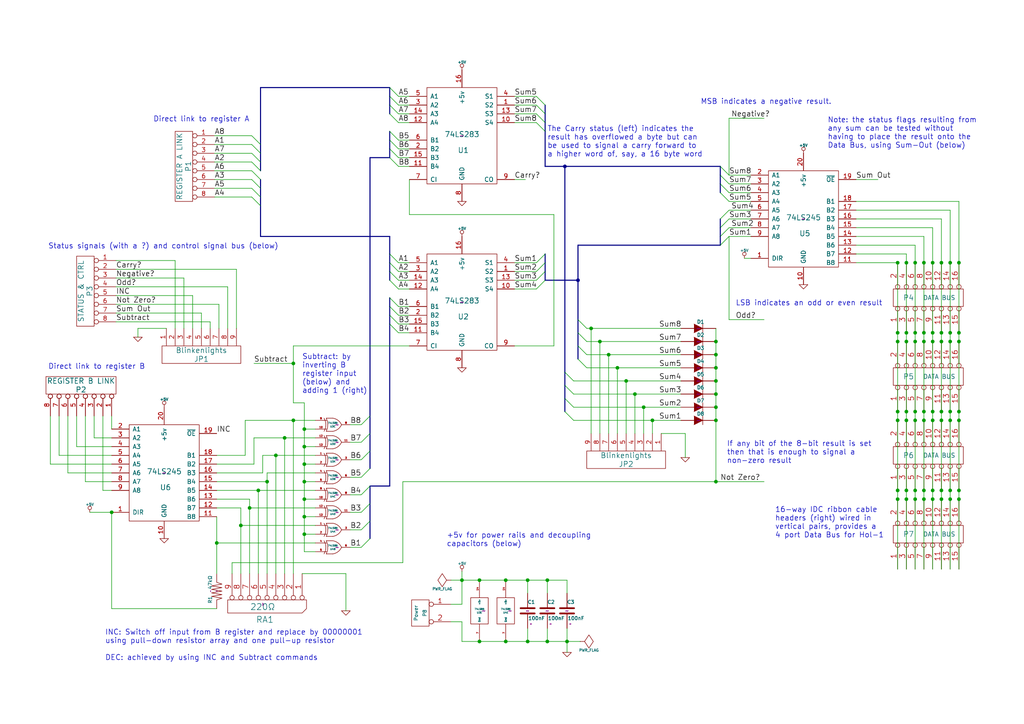
<source format=kicad_sch>
(kicad_sch (version 20211123) (generator eeschema)
  (paper "A4")
  (title_block (title "Hol-1 8-bit CPU - ALU board") (date "19 jan 2020") (rev "1.0") (company "www.Benningtons.Net"))
  (junction (at 278.13 144.78))
  (junction (at 163.83 48.26))
  (junction (at 265.43 119.38))
  (junction (at 262.89 119.38))
  (junction (at 85.09 121.92))
  (junction (at 267.97 76.2))
  (junction (at 80.01 132.08))
  (junction (at 270.51 121.92))
  (junction (at 267.97 142.24))
  (junction (at 273.05 119.38))
  (junction (at 184.15 114.3))
  (junction (at 262.89 121.92))
  (junction (at 207.645 121.92))
  (junction (at 275.59 76.2))
  (junction (at 275.59 142.24))
  (junction (at 273.05 144.78))
  (junction (at 275.59 96.52))
  (junction (at 260.35 121.92))
  (junction (at 207.645 106.68))
  (junction (at 139.065 168.275))
  (junction (at 146.685 186.055))
  (junction (at 273.05 76.2))
  (junction (at 267.97 96.52))
  (junction (at 273.05 99.06))
  (junction (at 207.645 102.87))
  (junction (at 32.385 148.59))
  (junction (at 88.265 129.54))
  (junction (at 153.035 168.275))
  (junction (at 267.97 144.78))
  (junction (at 179.07 106.68))
  (junction (at 275.59 121.92))
  (junction (at 139.065 186.055))
  (junction (at 262.89 144.78))
  (junction (at 273.05 96.52))
  (junction (at 167.64 81.28))
  (junction (at 189.23 121.92))
  (junction (at 265.43 142.24))
  (junction (at 278.13 96.52))
  (junction (at 278.13 76.2))
  (junction (at 88.265 134.62))
  (junction (at 270.51 76.2))
  (junction (at 260.35 142.24))
  (junction (at 173.99 99.06))
  (junction (at 186.69 118.11))
  (junction (at 267.97 99.06))
  (junction (at 275.59 119.38))
  (junction (at 278.13 99.06))
  (junction (at 265.43 99.06))
  (junction (at 171.45 95.25))
  (junction (at 88.265 124.46))
  (junction (at 207.645 110.49))
  (junction (at 278.13 142.24))
  (junction (at 207.645 99.06))
  (junction (at 260.35 76.2))
  (junction (at 146.685 168.275))
  (junction (at 88.265 149.86))
  (junction (at 158.75 168.275))
  (junction (at 275.59 144.78))
  (junction (at 77.47 139.7))
  (junction (at 260.35 119.38))
  (junction (at 273.05 142.24))
  (junction (at 262.89 96.52))
  (junction (at 164.465 186.055))
  (junction (at 69.85 152.4))
  (junction (at 262.89 142.24))
  (junction (at 158.75 186.055))
  (junction (at 181.61 110.49))
  (junction (at 85.09 105.41))
  (junction (at 88.265 144.78))
  (junction (at 278.13 121.92))
  (junction (at 267.97 119.38))
  (junction (at 262.89 76.2))
  (junction (at 270.51 144.78))
  (junction (at 176.53 102.87))
  (junction (at 273.05 121.92))
  (junction (at 207.645 114.3))
  (junction (at 207.645 118.11))
  (junction (at 260.35 96.52))
  (junction (at 260.35 99.06))
  (junction (at 260.35 144.78))
  (junction (at 82.55 127))
  (junction (at 270.51 142.24))
  (junction (at 267.97 121.92))
  (junction (at 278.13 119.38))
  (junction (at 153.035 186.055))
  (junction (at 270.51 119.38))
  (junction (at 265.43 121.92))
  (junction (at 88.265 154.94))
  (junction (at 265.43 96.52))
  (junction (at 62.865 157.48))
  (junction (at 270.51 99.06))
  (junction (at 72.39 147.32))
  (junction (at 265.43 144.78))
  (junction (at 275.59 99.06))
  (junction (at 88.265 139.7))
  (junction (at 133.985 168.275))
  (junction (at 270.51 96.52))
  (junction (at 207.645 139.7))
  (junction (at 262.89 99.06))
  (junction (at 74.93 142.24))
  (junction (at 265.43 76.2))
  (bus_entry (at 104.775 138.43) (size 2.54 -2.54))
  (bus_entry (at 104.775 133.35) (size 2.54 -2.54))
  (bus_entry (at 113.03 73.66) (size 2.54 2.54))
  (bus_entry (at 104.775 158.75) (size 2.54 -2.54))
  (bus_entry (at 208.915 53.34) (size 2.54 2.54))
  (bus_entry (at 113.03 33.02) (size 2.54 2.54))
  (bus_entry (at 208.915 50.8) (size 2.54 2.54))
  (bus_entry (at 163.83 115.57) (size 2.54 2.54))
  (bus_entry (at 73.025 52.07) (size 2.54 2.54))
  (bus_entry (at 113.03 88.9) (size 2.54 2.54))
  (bus_entry (at 113.03 81.28) (size 2.54 2.54))
  (bus_entry (at 163.83 107.95) (size 2.54 2.54))
  (bus_entry (at 155.575 83.82) (size 2.54 -2.54))
  (bus_entry (at 113.03 91.44) (size 2.54 2.54))
  (bus_entry (at 113.03 86.36) (size 2.54 2.54))
  (bus_entry (at 73.025 44.45) (size 2.54 2.54))
  (bus_entry (at 73.025 54.61) (size 2.54 2.54))
  (bus_entry (at 113.03 38.1) (size 2.54 2.54))
  (bus_entry (at 155.575 33.02) (size 2.54 2.54))
  (bus_entry (at 208.915 48.26) (size 2.54 2.54))
  (bus_entry (at 104.775 148.59) (size 2.54 -2.54))
  (bus_entry (at 208.915 55.88) (size 2.54 2.54))
  (bus_entry (at 208.915 68.58) (size 2.54 -2.54))
  (bus_entry (at 167.64 92.71) (size 2.54 2.54))
  (bus_entry (at 208.915 63.5) (size 2.54 -2.54))
  (bus_entry (at 113.03 40.64) (size 2.54 2.54))
  (bus_entry (at 113.03 27.94) (size 2.54 2.54))
  (bus_entry (at 208.915 71.12) (size 2.54 -2.54))
  (bus_entry (at 113.03 78.74) (size 2.54 2.54))
  (bus_entry (at 155.575 27.94) (size 2.54 2.54))
  (bus_entry (at 113.03 93.98) (size 2.54 2.54))
  (bus_entry (at 163.83 119.38) (size 2.54 2.54))
  (bus_entry (at 73.025 46.99) (size 2.54 2.54))
  (bus_entry (at 104.775 123.19) (size 2.54 -2.54))
  (bus_entry (at 113.03 30.48) (size 2.54 2.54))
  (bus_entry (at 104.775 143.51) (size 2.54 -2.54))
  (bus_entry (at 73.025 39.37) (size 2.54 2.54))
  (bus_entry (at 155.575 30.48) (size 2.54 2.54))
  (bus_entry (at 167.64 104.14) (size 2.54 2.54))
  (bus_entry (at 167.64 96.52) (size 2.54 2.54))
  (bus_entry (at 163.83 111.76) (size 2.54 2.54))
  (bus_entry (at 73.025 57.15) (size 2.54 2.54))
  (bus_entry (at 113.03 25.4) (size 2.54 2.54))
  (bus_entry (at 113.03 76.2) (size 2.54 2.54))
  (bus_entry (at 155.575 78.74) (size 2.54 -2.54))
  (bus_entry (at 167.64 100.33) (size 2.54 2.54))
  (bus_entry (at 104.775 128.27) (size 2.54 -2.54))
  (bus_entry (at 73.025 49.53) (size 2.54 2.54))
  (bus_entry (at 155.575 81.28) (size 2.54 -2.54))
  (bus_entry (at 113.03 43.18) (size 2.54 2.54))
  (bus_entry (at 155.575 35.56) (size 2.54 2.54))
  (bus_entry (at 113.03 45.72) (size 2.54 2.54))
  (bus_entry (at 208.915 66.04) (size 2.54 -2.54))
  (bus_entry (at 155.575 76.2) (size 2.54 -2.54))
  (bus_entry (at 104.775 153.67) (size 2.54 -2.54))
  (bus_entry (at 73.025 41.91) (size 2.54 2.54))
  (wire (pts (xy 88.265 144.78) (xy 88.265 149.86)))
  (wire (pts (xy 118.745 78.74) (xy 115.57 78.74)))
  (wire (pts (xy 14.605 134.62) (xy 32.385 134.62)))
  (wire (pts (xy 67.31 166.37) (xy 67.31 163.195)))
  (wire (pts (xy 260.35 142.24) (xy 260.35 144.78)))
  (bus (pts (xy 75.565 59.69) (xy 75.565 68.58)))
  (wire (pts (xy 267.97 121.92) (xy 267.97 142.24)))
  (bus (pts (xy 75.565 68.58) (xy 113.03 68.58)))
  (wire (pts (xy 166.37 110.49) (xy 181.61 110.49)))
  (wire (pts (xy 149.225 83.82) (xy 155.575 83.82)))
  (wire (pts (xy 62.865 147.32) (xy 69.85 147.32)))
  (wire (pts (xy 62.865 144.78) (xy 72.39 144.78)))
  (wire (pts (xy 207.645 139.7) (xy 221.615 139.7)))
  (wire (pts (xy 164.465 182.245) (xy 164.465 186.055)))
  (bus (pts (xy 113.03 40.64) (xy 113.03 43.18)))
  (bus (pts (xy 107.315 151.13) (xy 107.315 156.21)))
  (wire (pts (xy 27.305 127) (xy 32.385 127)))
  (wire (pts (xy 265.43 99.06) (xy 265.43 119.38)))
  (bus (pts (xy 167.64 96.52) (xy 167.64 100.33)))
  (wire (pts (xy 118.745 96.52) (xy 115.57 96.52)))
  (wire (pts (xy 158.75 168.275) (xy 164.465 168.275)))
  (wire (pts (xy 217.805 50.8) (xy 211.455 50.8)))
  (bus (pts (xy 208.915 50.8) (xy 208.915 53.34)))
  (wire (pts (xy 82.55 127) (xy 91.44 127)))
  (wire (pts (xy 207.645 110.49) (xy 207.645 114.3)))
  (wire (pts (xy 149.225 76.2) (xy 155.575 76.2)))
  (wire (pts (xy 270.51 119.38) (xy 270.51 121.92)))
  (wire (pts (xy 267.97 68.58) (xy 267.97 76.2)))
  (bus (pts (xy 107.315 125.73) (xy 107.315 130.81)))
  (wire (pts (xy 164.465 186.055) (xy 164.465 189.23)))
  (wire (pts (xy 207.645 118.11) (xy 207.645 121.92)))
  (wire (pts (xy 164.465 186.055) (xy 168.275 186.055)))
  (wire (pts (xy 62.865 132.08) (xy 71.12 132.08)))
  (bus (pts (xy 158.115 81.28) (xy 167.64 81.28)))
  (bus (pts (xy 158.115 35.56) (xy 158.115 38.1)))
  (wire (pts (xy 181.61 110.49) (xy 197.485 110.49)))
  (wire (pts (xy 62.23 41.91) (xy 73.025 41.91)))
  (wire (pts (xy 265.43 71.12) (xy 265.43 76.2)))
  (bus (pts (xy 107.315 120.65) (xy 107.315 125.73)))
  (wire (pts (xy 270.51 96.52) (xy 270.51 99.06)))
  (wire (pts (xy 33.655 88.265) (xy 63.5 88.265)))
  (wire (pts (xy 267.97 76.2) (xy 267.97 96.52)))
  (wire (pts (xy 217.805 53.34) (xy 211.455 53.34)))
  (wire (pts (xy 275.59 121.92) (xy 275.59 142.24)))
  (wire (pts (xy 62.23 49.53) (xy 73.025 49.53)))
  (bus (pts (xy 208.915 48.26) (xy 208.915 50.8)))
  (bus (pts (xy 75.565 25.4) (xy 75.565 41.91)))
  (wire (pts (xy 267.97 96.52) (xy 267.97 99.06)))
  (wire (pts (xy 33.655 85.725) (xy 55.88 85.725)))
  (wire (pts (xy 101.6 158.75) (xy 104.775 158.75)))
  (bus (pts (xy 208.915 63.5) (xy 208.915 66.04)))
  (wire (pts (xy 101.6 133.35) (xy 104.775 133.35)))
  (wire (pts (xy 278.13 119.38) (xy 278.13 121.92)))
  (wire (pts (xy 76.2 137.16) (xy 76.2 132.08)))
  (wire (pts (xy 267.97 144.78) (xy 267.97 165.1)))
  (wire (pts (xy 33.655 90.805) (xy 58.42 90.805)))
  (bus (pts (xy 158.115 48.26) (xy 163.83 48.26)))
  (bus (pts (xy 158.115 78.74) (xy 158.115 81.28)))
  (wire (pts (xy 149.225 27.94) (xy 155.575 27.94)))
  (wire (pts (xy 211.455 34.29) (xy 221.615 34.29)))
  (wire (pts (xy 101.6 143.51) (xy 104.775 143.51)))
  (wire (pts (xy 77.47 137.16) (xy 91.44 137.16)))
  (wire (pts (xy 58.42 90.805) (xy 58.42 95.25)))
  (wire (pts (xy 270.51 99.06) (xy 270.51 119.38)))
  (wire (pts (xy 77.47 137.16) (xy 77.47 139.7)))
  (wire (pts (xy 186.69 118.11) (xy 197.485 118.11)))
  (wire (pts (xy 67.31 163.195) (xy 116.84 163.195)))
  (bus (pts (xy 163.83 107.95) (xy 163.83 111.76)))
  (bus (pts (xy 75.565 52.07) (xy 75.565 54.61)))
  (wire (pts (xy 62.23 39.37) (xy 73.025 39.37)))
  (wire (pts (xy 88.265 149.86) (xy 88.265 154.94)))
  (wire (pts (xy 72.39 147.32) (xy 91.44 147.32)))
  (bus (pts (xy 113.03 93.98) (xy 113.03 140.97)))
  (wire (pts (xy 19.685 137.16) (xy 32.385 137.16)))
  (bus (pts (xy 167.64 81.28) (xy 167.64 92.71)))
  (wire (pts (xy 62.865 142.24) (xy 74.93 142.24)))
  (wire (pts (xy 207.645 99.06) (xy 207.645 102.87)))
  (wire (pts (xy 275.59 76.2) (xy 275.59 96.52)))
  (wire (pts (xy 118.745 83.82) (xy 115.57 83.82)))
  (wire (pts (xy 153.035 168.275) (xy 153.035 172.085)))
  (wire (pts (xy 262.89 119.38) (xy 262.89 121.92)))
  (wire (pts (xy 62.865 157.48) (xy 91.44 157.48)))
  (wire (pts (xy 166.37 118.11) (xy 186.69 118.11)))
  (bus (pts (xy 163.83 48.26) (xy 163.83 107.95)))
  (bus (pts (xy 113.03 91.44) (xy 113.03 93.98)))
  (wire (pts (xy 248.285 73.66) (xy 262.89 73.66)))
  (bus (pts (xy 113.03 38.1) (xy 113.03 40.64)))
  (bus (pts (xy 113.03 45.72) (xy 107.315 45.72)))
  (wire (pts (xy 207.645 95.25) (xy 207.645 99.06)))
  (wire (pts (xy 88.265 116.84) (xy 88.265 124.46)))
  (wire (pts (xy 73.66 127) (xy 82.55 127)))
  (wire (pts (xy 60.96 93.345) (xy 60.96 95.25)))
  (wire (pts (xy 171.45 125.73) (xy 171.45 95.25)))
  (wire (pts (xy 184.15 125.73) (xy 184.15 114.3)))
  (wire (pts (xy 273.05 119.38) (xy 273.05 121.92)))
  (wire (pts (xy 26.035 148.59) (xy 32.385 148.59)))
  (wire (pts (xy 270.51 144.78) (xy 270.51 165.1)))
  (wire (pts (xy 262.89 96.52) (xy 262.89 99.06)))
  (wire (pts (xy 62.23 57.15) (xy 73.025 57.15)))
  (wire (pts (xy 91.44 139.7) (xy 88.265 139.7)))
  (wire (pts (xy 189.23 121.92) (xy 197.485 121.92)))
  (wire (pts (xy 118.745 93.98) (xy 115.57 93.98)))
  (wire (pts (xy 33.655 80.645) (xy 53.34 80.645)))
  (wire (pts (xy 217.805 55.88) (xy 211.455 55.88)))
  (wire (pts (xy 170.18 102.87) (xy 176.53 102.87)))
  (wire (pts (xy 74.93 166.37) (xy 74.93 142.24)))
  (wire (pts (xy 133.985 165.735) (xy 133.985 168.275)))
  (wire (pts (xy 85.09 100.33) (xy 85.09 105.41)))
  (wire (pts (xy 133.985 168.275) (xy 139.065 168.275)))
  (wire (pts (xy 248.285 76.2) (xy 260.35 76.2)))
  (wire (pts (xy 149.225 52.07) (xy 152.4 52.07)))
  (wire (pts (xy 85.09 105.41) (xy 73.66 105.41)))
  (wire (pts (xy 248.285 63.5) (xy 273.05 63.5)))
  (bus (pts (xy 113.03 25.4) (xy 113.03 27.94)))
  (wire (pts (xy 91.44 154.94) (xy 88.265 154.94)))
  (wire (pts (xy 275.59 119.38) (xy 275.59 121.92)))
  (wire (pts (xy 118.745 62.23) (xy 160.655 62.23)))
  (wire (pts (xy 118.745 91.44) (xy 115.57 91.44)))
  (wire (pts (xy 265.43 96.52) (xy 265.43 99.06)))
  (bus (pts (xy 158.115 73.66) (xy 158.115 76.2)))
  (wire (pts (xy 88.265 124.46) (xy 91.44 124.46)))
  (bus (pts (xy 158.115 38.1) (xy 158.115 48.26)))
  (wire (pts (xy 85.09 121.92) (xy 85.09 166.37)))
  (bus (pts (xy 75.565 57.15) (xy 75.565 59.69)))
  (wire (pts (xy 278.13 121.92) (xy 278.13 142.24)))
  (wire (pts (xy 217.805 58.42) (xy 211.455 58.42)))
  (wire (pts (xy 71.12 132.08) (xy 71.12 121.92)))
  (wire (pts (xy 80.01 132.08) (xy 91.44 132.08)))
  (wire (pts (xy 69.85 152.4) (xy 69.85 166.37)))
  (wire (pts (xy 207.645 102.87) (xy 207.645 106.68)))
  (wire (pts (xy 85.09 105.41) (xy 85.09 116.84)))
  (wire (pts (xy 275.59 99.06) (xy 275.59 119.38)))
  (wire (pts (xy 50.8 95.25) (xy 50.8 75.565)))
  (wire (pts (xy 211.455 68.58) (xy 211.455 92.71)))
  (wire (pts (xy 50.8 75.565) (xy 33.655 75.565)))
  (wire (pts (xy 82.55 166.37) (xy 82.55 127)))
  (wire (pts (xy 207.645 106.68) (xy 207.645 110.49)))
  (wire (pts (xy 101.6 138.43) (xy 104.775 138.43)))
  (wire (pts (xy 275.59 96.52) (xy 275.59 99.06)))
  (wire (pts (xy 260.35 99.06) (xy 260.35 119.38)))
  (wire (pts (xy 62.865 157.48) (xy 62.865 166.37)))
  (wire (pts (xy 118.745 27.94) (xy 115.57 27.94)))
  (bus (pts (xy 163.83 111.76) (xy 163.83 115.57)))
  (wire (pts (xy 273.05 99.06) (xy 273.05 119.38)))
  (wire (pts (xy 273.05 121.92) (xy 273.05 142.24)))
  (wire (pts (xy 275.59 144.78) (xy 275.59 165.1)))
  (bus (pts (xy 75.565 46.99) (xy 75.565 49.53)))
  (wire (pts (xy 278.13 76.2) (xy 278.13 96.52)))
  (wire (pts (xy 248.285 60.96) (xy 275.59 60.96)))
  (wire (pts (xy 211.455 92.71) (xy 221.615 92.71)))
  (wire (pts (xy 217.805 63.5) (xy 211.455 63.5)))
  (wire (pts (xy 27.305 120.65) (xy 27.305 127)))
  (wire (pts (xy 88.265 134.62) (xy 88.265 139.7)))
  (wire (pts (xy 198.755 125.73) (xy 191.77 125.73)))
  (wire (pts (xy 139.065 168.275) (xy 146.685 168.275)))
  (wire (pts (xy 130.81 180.34) (xy 133.985 180.34)))
  (wire (pts (xy 101.6 148.59) (xy 104.775 148.59)))
  (wire (pts (xy 160.655 62.23) (xy 160.655 100.33)))
  (wire (pts (xy 265.43 142.24) (xy 265.43 144.78)))
  (wire (pts (xy 149.225 78.74) (xy 155.575 78.74)))
  (wire (pts (xy 32.385 176.53) (xy 62.865 176.53)))
  (wire (pts (xy 275.59 142.24) (xy 275.59 144.78)))
  (wire (pts (xy 262.89 121.92) (xy 262.89 142.24)))
  (bus (pts (xy 167.64 71.12) (xy 208.915 71.12)))
  (wire (pts (xy 173.99 99.06) (xy 197.485 99.06)))
  (wire (pts (xy 273.05 144.78) (xy 273.05 165.1)))
  (wire (pts (xy 160.655 100.33) (xy 149.225 100.33)))
  (wire (pts (xy 248.285 71.12) (xy 265.43 71.12)))
  (bus (pts (xy 113.03 68.58) (xy 113.03 73.66)))
  (wire (pts (xy 40.005 95.25) (xy 40.005 97.79)))
  (bus (pts (xy 75.565 25.4) (xy 113.03 25.4)))
  (wire (pts (xy 118.745 43.18) (xy 115.57 43.18)))
  (wire (pts (xy 153.035 168.275) (xy 158.75 168.275)))
  (wire (pts (xy 181.61 125.73) (xy 181.61 110.49)))
  (wire (pts (xy 53.34 80.645) (xy 53.34 95.25)))
  (wire (pts (xy 33.655 78.105) (xy 68.58 78.105)))
  (wire (pts (xy 267.97 119.38) (xy 267.97 121.92)))
  (wire (pts (xy 211.455 50.8) (xy 211.455 34.29)))
  (wire (pts (xy 273.05 63.5) (xy 273.05 76.2)))
  (wire (pts (xy 149.225 33.02) (xy 155.575 33.02)))
  (wire (pts (xy 85.09 121.92) (xy 91.44 121.92)))
  (wire (pts (xy 164.465 168.275) (xy 164.465 172.085)))
  (wire (pts (xy 91.44 134.62) (xy 88.265 134.62)))
  (wire (pts (xy 207.645 114.3) (xy 207.645 118.11)))
  (wire (pts (xy 248.285 66.04) (xy 270.51 66.04)))
  (bus (pts (xy 208.915 53.34) (xy 208.915 55.88)))
  (bus (pts (xy 107.315 140.97) (xy 107.315 146.05)))
  (wire (pts (xy 19.685 120.65) (xy 19.685 137.16)))
  (bus (pts (xy 167.64 92.71) (xy 167.64 96.52)))
  (wire (pts (xy 176.53 125.73) (xy 176.53 102.87)))
  (wire (pts (xy 265.43 121.92) (xy 265.43 142.24)))
  (wire (pts (xy 17.145 120.65) (xy 17.145 132.08)))
  (bus (pts (xy 163.83 115.57) (xy 163.83 119.38)))
  (bus (pts (xy 113.03 140.97) (xy 107.315 140.97)))
  (wire (pts (xy 101.6 153.67) (xy 104.775 153.67)))
  (wire (pts (xy 32.385 148.59) (xy 32.385 176.53)))
  (wire (pts (xy 166.37 114.3) (xy 184.15 114.3)))
  (wire (pts (xy 278.13 58.42) (xy 278.13 76.2)))
  (wire (pts (xy 173.99 125.73) (xy 173.99 99.06)))
  (bus (pts (xy 167.64 71.12) (xy 167.64 81.28)))
  (wire (pts (xy 62.865 139.7) (xy 77.47 139.7)))
  (wire (pts (xy 260.35 96.52) (xy 260.35 99.06)))
  (bus (pts (xy 158.115 33.02) (xy 158.115 35.56)))
  (bus (pts (xy 208.915 68.58) (xy 208.915 71.12)))
  (wire (pts (xy 118.745 40.64) (xy 115.57 40.64)))
  (wire (pts (xy 265.43 76.2) (xy 265.43 96.52)))
  (wire (pts (xy 14.605 120.65) (xy 14.605 134.62)))
  (wire (pts (xy 149.225 81.28) (xy 155.575 81.28)))
  (wire (pts (xy 158.75 182.245) (xy 158.75 186.055)))
  (wire (pts (xy 87.63 166.37) (xy 100.33 166.37)))
  (wire (pts (xy 118.745 76.2) (xy 115.57 76.2)))
  (wire (pts (xy 80.01 166.37) (xy 80.01 132.08)))
  (wire (pts (xy 207.645 121.92) (xy 207.645 139.7)))
  (wire (pts (xy 189.23 125.73) (xy 189.23 121.92)))
  (wire (pts (xy 149.225 35.56) (xy 155.575 35.56)))
  (wire (pts (xy 74.93 142.24) (xy 91.44 142.24)))
  (wire (pts (xy 69.85 152.4) (xy 91.44 152.4)))
  (wire (pts (xy 260.35 121.92) (xy 260.35 142.24)))
  (wire (pts (xy 88.265 160.02) (xy 91.44 160.02)))
  (wire (pts (xy 71.12 121.92) (xy 85.09 121.92)))
  (wire (pts (xy 72.39 147.32) (xy 72.39 166.37)))
  (wire (pts (xy 88.265 154.94) (xy 88.265 160.02)))
  (wire (pts (xy 176.53 102.87) (xy 197.485 102.87)))
  (wire (pts (xy 118.745 81.28) (xy 115.57 81.28)))
  (wire (pts (xy 33.655 83.185) (xy 66.04 83.185)))
  (bus (pts (xy 75.565 44.45) (xy 75.565 46.99)))
  (wire (pts (xy 133.985 186.055) (xy 139.065 186.055)))
  (wire (pts (xy 270.51 66.04) (xy 270.51 76.2)))
  (wire (pts (xy 91.44 129.54) (xy 88.265 129.54)))
  (bus (pts (xy 107.315 130.81) (xy 107.315 135.89)))
  (bus (pts (xy 113.03 73.66) (xy 113.03 76.2)))
  (wire (pts (xy 17.145 132.08) (xy 32.385 132.08)))
  (wire (pts (xy 149.225 30.48) (xy 155.575 30.48)))
  (wire (pts (xy 217.805 74.93) (xy 215.9 74.93)))
  (bus (pts (xy 75.565 54.61) (xy 75.565 57.15)))
  (wire (pts (xy 278.13 96.52) (xy 278.13 99.06)))
  (wire (pts (xy 248.285 58.42) (xy 278.13 58.42)))
  (wire (pts (xy 260.35 76.2) (xy 260.35 96.52)))
  (wire (pts (xy 48.26 95.25) (xy 40.005 95.25)))
  (wire (pts (xy 62.23 54.61) (xy 73.025 54.61)))
  (wire (pts (xy 29.845 142.24) (xy 32.385 142.24)))
  (wire (pts (xy 278.13 142.24) (xy 278.13 144.78)))
  (wire (pts (xy 217.805 68.58) (xy 211.455 68.58)))
  (wire (pts (xy 118.745 52.07) (xy 118.745 62.23)))
  (bus (pts (xy 113.03 88.9) (xy 113.03 91.44)))
  (bus (pts (xy 208.915 66.04) (xy 208.915 68.58)))
  (wire (pts (xy 101.6 128.27) (xy 104.775 128.27)))
  (wire (pts (xy 88.265 139.7) (xy 88.265 144.78)))
  (wire (pts (xy 33.655 93.345) (xy 60.96 93.345)))
  (wire (pts (xy 69.85 147.32) (xy 69.85 152.4)))
  (wire (pts (xy 270.51 121.92) (xy 270.51 142.24)))
  (wire (pts (xy 62.865 137.16) (xy 76.2 137.16)))
  (bus (pts (xy 107.315 146.05) (xy 107.315 151.13)))
  (wire (pts (xy 133.985 180.34) (xy 133.985 186.055)))
  (wire (pts (xy 186.69 125.73) (xy 186.69 118.11)))
  (wire (pts (xy 262.89 73.66) (xy 262.89 76.2)))
  (wire (pts (xy 62.865 149.86) (xy 62.865 157.48)))
  (wire (pts (xy 76.2 132.08) (xy 80.01 132.08)))
  (wire (pts (xy 278.13 99.06) (xy 278.13 119.38)))
  (bus (pts (xy 163.83 48.26) (xy 208.915 48.26)))
  (bus (pts (xy 113.03 30.48) (xy 113.03 33.02)))
  (wire (pts (xy 273.05 76.2) (xy 273.05 96.52)))
  (wire (pts (xy 262.89 76.2) (xy 262.89 96.52)))
  (bus (pts (xy 167.64 100.33) (xy 167.64 104.14)))
  (wire (pts (xy 130.81 168.275) (xy 133.985 168.275)))
  (wire (pts (xy 62.23 44.45) (xy 73.025 44.45)))
  (wire (pts (xy 270.51 142.24) (xy 270.51 144.78)))
  (bus (pts (xy 113.03 78.74) (xy 113.03 81.28)))
  (bus (pts (xy 107.315 45.72) (xy 107.315 120.65)))
  (wire (pts (xy 66.04 83.185) (xy 66.04 95.25)))
  (wire (pts (xy 184.15 114.3) (xy 197.485 114.3)))
  (bus (pts (xy 113.03 86.36) (xy 113.03 88.9)))
  (wire (pts (xy 118.745 48.26) (xy 115.57 48.26)))
  (wire (pts (xy 270.51 76.2) (xy 270.51 96.52)))
  (bus (pts (xy 75.565 41.91) (xy 75.565 44.45)))
  (wire (pts (xy 100.33 166.37) (xy 100.33 177.165)))
  (wire (pts (xy 118.745 35.56) (xy 115.57 35.56)))
  (bus (pts (xy 113.03 27.94) (xy 113.03 30.48)))
  (wire (pts (xy 55.88 85.725) (xy 55.88 95.25)))
  (wire (pts (xy 91.44 149.86) (xy 88.265 149.86)))
  (wire (pts (xy 248.285 52.07) (xy 254.635 52.07)))
  (wire (pts (xy 118.745 30.48) (xy 115.57 30.48)))
  (wire (pts (xy 62.23 46.99) (xy 73.025 46.99)))
  (wire (pts (xy 91.44 144.78) (xy 88.265 144.78)))
  (wire (pts (xy 248.285 68.58) (xy 267.97 68.58)))
  (wire (pts (xy 153.035 186.055) (xy 153.035 182.245)))
  (wire (pts (xy 22.225 129.54) (xy 32.385 129.54)))
  (wire (pts (xy 146.685 168.275) (xy 153.035 168.275)))
  (wire (pts (xy 262.89 142.24) (xy 262.89 144.78)))
  (wire (pts (xy 265.43 144.78) (xy 265.43 165.1)))
  (wire (pts (xy 170.18 106.68) (xy 179.07 106.68)))
  (wire (pts (xy 146.685 186.055) (xy 153.035 186.055)))
  (bus (pts (xy 158.115 30.48) (xy 158.115 33.02)))
  (wire (pts (xy 133.985 175.26) (xy 130.81 175.26)))
  (wire (pts (xy 265.43 119.38) (xy 265.43 121.92)))
  (wire (pts (xy 158.75 168.275) (xy 158.75 172.085)))
  (wire (pts (xy 153.035 186.055) (xy 158.75 186.055)))
  (wire (pts (xy 29.845 120.65) (xy 29.845 142.24)))
  (wire (pts (xy 77.47 139.7) (xy 77.47 166.37)))
  (wire (pts (xy 217.805 66.04) (xy 211.455 66.04)))
  (wire (pts (xy 85.09 116.84) (xy 88.265 116.84)))
  (bus (pts (xy 158.115 76.2) (xy 158.115 78.74)))
  (wire (pts (xy 170.18 95.25) (xy 171.45 95.25)))
  (wire (pts (xy 24.765 139.7) (xy 32.385 139.7)))
  (wire (pts (xy 24.765 120.65) (xy 24.765 139.7)))
  (wire (pts (xy 62.865 134.62) (xy 73.66 134.62)))
  (wire (pts (xy 179.07 106.68) (xy 197.485 106.68)))
  (wire (pts (xy 273.05 96.52) (xy 273.05 99.06)))
  (wire (pts (xy 116.84 163.195) (xy 116.84 139.7)))
  (wire (pts (xy 198.755 132.715) (xy 198.755 125.73)))
  (wire (pts (xy 260.35 119.38) (xy 260.35 121.92)))
  (wire (pts (xy 262.89 99.06) (xy 262.89 119.38)))
  (wire (pts (xy 101.6 123.19) (xy 104.775 123.19)))
  (wire (pts (xy 22.225 120.65) (xy 22.225 129.54)))
  (wire (pts (xy 68.58 78.105) (xy 68.58 95.25)))
  (wire (pts (xy 62.23 52.07) (xy 73.025 52.07)))
  (wire (pts (xy 260.35 144.78) (xy 260.35 165.1)))
  (wire (pts (xy 88.265 124.46) (xy 88.265 129.54)))
  (wire (pts (xy 166.37 121.92) (xy 189.23 121.92)))
  (wire (pts (xy 275.59 60.96) (xy 275.59 76.2)))
  (wire (pts (xy 158.75 186.055) (xy 164.465 186.055)))
  (wire (pts (xy 170.18 99.06) (xy 173.99 99.06)))
  (wire (pts (xy 273.05 142.24) (xy 273.05 144.78)))
  (wire (pts (xy 118.745 88.9) (xy 115.57 88.9)))
  (wire (pts (xy 171.45 95.25) (xy 197.485 95.25)))
  (wire (pts (xy 262.89 144.78) (xy 262.89 165.1)))
  (wire (pts (xy 118.745 100.33) (xy 85.09 100.33)))
  (wire (pts (xy 139.065 186.055) (xy 146.685 186.055)))
  (wire (pts (xy 73.66 134.62) (xy 73.66 127)))
  (wire (pts (xy 278.13 144.78) (xy 278.13 165.1)))
  (wire (pts (xy 63.5 88.265) (xy 63.5 95.25)))
  (wire (pts (xy 217.805 60.96) (xy 211.455 60.96)))
  (wire (pts (xy 267.97 142.24) (xy 267.97 144.78)))
  (wire (pts (xy 32.385 120.65) (xy 32.385 124.46)))
  (wire (pts (xy 88.265 129.54) (xy 88.265 134.62)))
  (wire (pts (xy 179.07 125.73) (xy 179.07 106.68)))
  (wire (pts (xy 118.745 45.72) (xy 115.57 45.72)))
  (wire (pts (xy 118.745 33.02) (xy 115.57 33.02)))
  (wire (pts (xy 116.84 139.7) (xy 207.645 139.7)))
  (wire (pts (xy 267.97 99.06) (xy 267.97 119.38)))
  (wire (pts (xy 72.39 144.78) (xy 72.39 147.32)))
  (wire (pts (xy 133.985 168.275) (xy 133.985 175.26)))
  (bus (pts (xy 113.03 43.18) (xy 113.03 45.72)))
  (bus (pts (xy 113.03 76.2) (xy 113.03 78.74)))
  (text "INC: Switch off input from B register and replace by 00000001\nusing pull-down resistor array and one pull-up resistor\n\nDEC: achieved by using INC and Subtract commands" (at 30.48 191.77 0) (effects (font (size 1.524 1.524)) (justify left bottom)))
  (text "If any bit of the 8-bit result is set\nthen that is enough to signal a\nnon-zero result" (at 210.82 134.62 0) (effects (font (size 1.524 1.524)) (justify left bottom)))
  (text "Direct link to register B" (at 13.97 107.315 0) (effects (font (size 1.524 1.524)) (justify left bottom)))
  (text "LSB indicates an odd or even result" (at 213.36 88.9 0) (effects (font (size 1.524 1.524)) (justify left bottom)))
  (text "+5v for power rails and decoupling\ncapacitors (below)" (at 129.54 158.75 0) (effects (font (size 1.524 1.524)) (justify left bottom)))
  (text "Note: the status flags resulting from\nany sum can be tested without\nhaving to place the result onto the\nData Bus, using Sum-Out (below)" (at 240.03 43.18 0) (effects (font (size 1.524 1.524)) (justify left bottom)))
  (text "Status signals (with a ?) and control signal bus (below)" (at 13.97 72.39 0) (effects (font (size 1.524 1.524)) (justify left bottom)))
  (text "Direct link to register A" (at 44.45 35.56 0) (effects (font (size 1.524 1.524)) (justify left bottom)))
  (text "16-way IDC ribbon cable\nheaders (right) wired in\nvertical pairs, provides a\n4 port Data Bus for Hol-1" (at 224.79 156.21 0) (effects (font (size 1.524 1.524)) (justify left bottom)))
  (text "The Carry status (left) indicates the\nresult has overflowed a byte but can\nbe used to signal a carry forward to\na higher word of, say, a 16 byte word" (at 158.75 45.72 0) (effects (font (size 1.524 1.524)) (justify left bottom)))
  (text "MSB indicates a negative result." (at 203.2 30.48 0) (effects (font (size 1.524 1.524)) (justify left bottom)))
  (text "Subtract: by\ninverting B\nregister input\n(below) and \nadding 1 (right)" (at 87.63 114.3 0) (effects (font (size 1.524 1.524)) (justify left bottom)))
  (label "Sum3" (at 211.455 63.5 0) (effects (font (size 1.524 1.524))))
  (label "Sum5" (at 149.225 27.94 0) (effects (font (size 1.524 1.524))))
  (label "Negative?" (at 212.09 34.29 0) (effects (font (size 1.524 1.524))))
  (label "B2" (at 115.57 91.44 0) (effects (font (size 1.524 1.524))))
  (label "B8" (at 101.6 123.19 0) (effects (font (size 1.524 1.524))))
  (label "Sum8" (at 211.455 50.8 0) (effects (font (size 1.524 1.524))))
  (label "B7" (at 101.6 128.27 0) (effects (font (size 1.524 1.524))))
  (label "B5" (at 101.6 138.43 0) (effects (font (size 1.524 1.524))))
  (label "A2" (at 62.23 46.99 0) (effects (font (size 1.524 1.524))))
  (label "A7" (at 115.57 33.02 0) (effects (font (size 1.524 1.524))))
  (label "B7" (at 115.57 45.72 0) (effects (font (size 1.524 1.524))))
  (label "Sum5" (at 191.135 106.68 0) (effects (font (size 1.524 1.524))))
  (label "Not Zero?" (at 33.655 88.265 0) (effects (font (size 1.524 1.524))))
  (label "B8" (at 115.57 48.26 0) (effects (font (size 1.524 1.524))))
  (label "Sum2" (at 191.135 118.11 0) (effects (font (size 1.524 1.524))))
  (label "Sum7" (at 191.135 99.06 0) (effects (font (size 1.524 1.524))))
  (label "B4" (at 115.57 96.52 0) (effects (font (size 1.524 1.524))))
  (label "B4" (at 101.6 143.51 0) (effects (font (size 1.524 1.524))))
  (label "A6" (at 115.57 30.48 0) (effects (font (size 1.524 1.524))))
  (label "A8" (at 62.23 39.37 0) (effects (font (size 1.524 1.524))))
  (label "Sum7" (at 149.225 33.02 0) (effects (font (size 1.524 1.524))))
  (label "Subtract" (at 33.655 93.345 0) (effects (font (size 1.524 1.524))))
  (label "B3" (at 115.57 93.98 0) (effects (font (size 1.524 1.524))))
  (label "Sum6" (at 211.455 55.88 0) (effects (font (size 1.524 1.524))))
  (label "A5" (at 62.23 54.61 0) (effects (font (size 1.524 1.524))))
  (label "A1" (at 115.57 76.2 0) (effects (font (size 1.524 1.524))))
  (label "Odd?" (at 213.36 92.71 0) (effects (font (size 1.524 1.524))))
  (label "Sum4" (at 191.135 110.49 0) (effects (font (size 1.524 1.524))))
  (label "INC" (at 62.865 125.73 0) (effects (font (size 1.524 1.524))))
  (label "Sum4" (at 149.225 83.82 0) (effects (font (size 1.524 1.524))))
  (label "A3" (at 62.23 52.07 0) (effects (font (size 1.524 1.524))))
  (label "Sum3" (at 149.225 81.28 0) (effects (font (size 1.524 1.524))))
  (label "B2" (at 101.6 153.67 0) (effects (font (size 1.524 1.524))))
  (label "B6" (at 115.57 43.18 0) (effects (font (size 1.524 1.524))))
  (label "Sum6" (at 149.225 30.48 0) (effects (font (size 1.524 1.524))))
  (label "B3" (at 101.6 148.59 0) (effects (font (size 1.524 1.524))))
  (label "Sum Out" (at 33.655 90.805 0) (effects (font (size 1.524 1.524))))
  (label "Sum2" (at 149.225 78.74 0) (effects (font (size 1.524 1.524))))
  (label "Sum1" (at 191.135 121.92 0) (effects (font (size 1.524 1.524))))
  (label "Carry?" (at 33.655 78.105 0) (effects (font (size 1.524 1.524))))
  (label "A5" (at 115.57 27.94 0) (effects (font (size 1.524 1.524))))
  (label "B6" (at 101.6 133.35 0) (effects (font (size 1.524 1.524))))
  (label "A6" (at 62.23 49.53 0) (effects (font (size 1.524 1.524))))
  (label "B5" (at 115.57 40.64 0) (effects (font (size 1.524 1.524))))
  (label "INC" (at 33.655 85.725 0) (effects (font (size 1.524 1.524))))
  (label "Sum7" (at 211.455 53.34 0) (effects (font (size 1.524 1.524))))
  (label "Sum8" (at 149.225 35.56 0) (effects (font (size 1.524 1.524))))
  (label "Subtract" (at 73.66 105.41 0) (effects (font (size 1.524 1.524))))
  (label "A1" (at 62.23 41.91 0) (effects (font (size 1.524 1.524))))
  (label "A4" (at 62.23 57.15 0) (effects (font (size 1.524 1.524))))
  (label "Sum3" (at 191.135 114.3 0) (effects (font (size 1.524 1.524))))
  (label "A8" (at 115.57 35.56 0) (effects (font (size 1.524 1.524))))
  (label "Carry?" (at 149.225 52.07 0) (effects (font (size 1.524 1.524))))
  (label "Sum2" (at 212.09 66.04 0) (effects (font (size 1.524 1.524))))
  (label "Sum Out" (at 248.285 52.07 0) (effects (font (size 1.524 1.524))))
  (label "Sum8" (at 191.135 95.25 0) (effects (font (size 1.524 1.524))))
  (label "A4" (at 115.57 83.82 0) (effects (font (size 1.524 1.524))))
  (label "A2" (at 115.57 78.74 0) (effects (font (size 1.524 1.524))))
  (label "Sum4" (at 212.09 60.96 0) (effects (font (size 1.524 1.524))))
  (label "Sum6" (at 191.135 102.87 0) (effects (font (size 1.524 1.524))))
  (label "B1" (at 115.57 88.9 0) (effects (font (size 1.524 1.524))))
  (label "Odd?" (at 33.655 83.185 0) (effects (font (size 1.524 1.524))))
  (label "A7" (at 62.23 44.45 0) (effects (font (size 1.524 1.524))))
  (label "Negative?" (at 33.655 80.645 0) (effects (font (size 1.524 1.524))))
  (label "Not Zero?" (at 208.915 139.7 0) (effects (font (size 1.524 1.524))))
  (label "B1" (at 101.6 158.75 0) (effects (font (size 1.524 1.524))))
  (label "Sum1" (at 149.225 76.2 0) (effects (font (size 1.524 1.524))))
  (label "A3" (at 115.57 81.28 0) (effects (font (size 1.524 1.524))))
  (label "Sum5" (at 211.455 58.42 0) (effects (font (size 1.524 1.524))))
  (label "Sum1" (at 211.455 68.58 0) (effects (font (size 1.524 1.524))))
  (symbol (lib_id "benningtons:CONN_8") (at 23.495 111.76 270) (mirror x) (unit 1)
    (property "Reference" "P2" (at 23.495 113.03 90) (effects (font (size 1.524 1.524))))
    (property "Value" "REGISTER B LINK" (at 23.495 110.49 90) (effects (font (size 1.524 1.524))))
  )
  (symbol (lib_id "benningtons:CONN_8") (at 53.34 48.26 0) (mirror y) (unit 1)
    (property "Reference" "P1" (at 54.61 48.26 90) (effects (font (size 1.524 1.524))))
    (property "Value" "REGISTER A LINK" (at 52.07 48.26 90) (effects (font (size 1.524 1.524))))
  )
  (symbol (lib_id "benningtons:PWR_FLAG") (at 130.81 168.275 90) (unit 1)
    (property "Reference" "#FLG01" (effects hide))
    (property "Value" "PWR_FLAG" (at 128.27 170.815 90) (effects (font (size 0.762 0.762))))
  )
  (symbol (lib_id "benningtons:PWR_FLAG") (at 168.275 186.055 270) (mirror x) (unit 1)
    (property "Reference" "#FLG02" (effects hide))
    (property "Value" "PWR_FLAG" (at 170.815 188.595 90) (effects (font (size 0.762 0.762))))
  )
  (symbol (lib_id "benningtons:GND") (at 164.465 189.23 0) (unit 1)
    (property "Reference" "#PWR03" (effects hide))
    (property "Value" "GND" (effects hide))
  )
  (symbol (lib_id "benningtons:74LS245") (at 233.045 63.5 0) (unit 1)
    (property "Reference" "U5" (at 231.775 68.58 0) (effects (font (size 1.524 1.524)) (justify left bottom)))
    (property "Value" "74LS245" (at 227.965 62.23 0) (effects (font (size 1.524 1.524)) (justify left top)))
    (property "Footprint" "~" (at 233.045 63.5 0) (effects (font (size 1.524 1.524))))
    (property "Datasheet" "~" (at 233.045 63.5 0) (effects (font (size 1.524 1.524))))
  )
  (symbol (lib_id "benningtons:GND") (at 233.045 82.55 0) (unit 1)
    (property "Reference" "#PWR04" (effects hide))
    (property "Value" "GND" (effects hide))
  )
  (symbol (lib_id "benningtons:9-PIN_HEADER") (at 181.61 132.08 0) (mirror y) (unit 1)
    (property "Reference" "JP2" (at 181.61 134.62 0) (effects (font (size 1.524 1.524))))
    (property "Value" "Blinkenlights" (at 181.61 132.08 0) (effects (font (size 1.524 1.524))))
  )
  (symbol (lib_id "benningtons:C") (at 153.035 177.165 0) (unit 1)
    (property "Reference" "C1" (at 153.035 174.625 0) (effects (font (size 1.016 1.016)) (justify left)))
    (property "Value" "100nF" (at 153.1874 179.324 0) (effects (font (size 1.016 1.016)) (justify left)))
    (property "Footprint" "~" (at 154.0002 180.975 0) (effects (font (size 0.762 0.762))))
    (property "Datasheet" "~" (at 153.035 177.165 0) (effects (font (size 1.524 1.524))))
  )
  (symbol (lib_id "benningtons:C") (at 158.75 177.165 0) (unit 1)
    (property "Reference" "C2" (at 158.75 174.625 0) (effects (font (size 1.016 1.016)) (justify left)))
    (property "Value" "100nF" (at 158.9024 179.324 0) (effects (font (size 1.016 1.016)) (justify left)))
    (property "Footprint" "~" (at 159.7152 180.975 0) (effects (font (size 0.762 0.762))))
    (property "Datasheet" "~" (at 158.75 177.165 0) (effects (font (size 1.524 1.524))))
  )
  (symbol (lib_id "benningtons:C") (at 164.465 177.165 0) (unit 1)
    (property "Reference" "C3" (at 164.465 174.625 0) (effects (font (size 1.016 1.016)) (justify left)))
    (property "Value" "100nF" (at 164.6174 179.324 0) (effects (font (size 1.016 1.016)) (justify left)))
    (property "Footprint" "~" (at 165.4302 180.975 0) (effects (font (size 0.762 0.762))))
    (property "Datasheet" "~" (at 164.465 177.165 0) (effects (font (size 1.524 1.524))))
  )
  (symbol (lib_id "benningtons:+5V") (at 133.985 165.735 0) (unit 1)
    (property "Reference" "#PWR05" (effects hide))
    (property "Value" "+5V" (at 133.985 163.449 0) (effects (font (size 0.762 0.762))))
  )
  (symbol (lib_id "benningtons:+5V") (at 233.045 44.45 0) (unit 1)
    (property "Reference" "#PWR06" (effects hide))
    (property "Value" "+5V" (at 233.045 42.164 0) (effects (font (size 0.762 0.762))))
  )
  (symbol (lib_id "benningtons:CONN_2") (at 121.92 177.8 0) (mirror y) (unit 1)
    (property "Reference" "P8" (at 123.19 177.8 90) (effects (font (size 1.016 1.016))))
    (property "Value" "Power" (at 120.65 177.8 90) (effects (font (size 1.016 1.016))))
  )
  (symbol (lib_id "benningtons:CONN_8X2") (at 269.24 86.36 90) (unit 1)
    (property "Reference" "P4" (at 263.525 86.36 90) (effects (font (size 1.524 1.524))))
    (property "Value" "DATA BUS" (at 272.415 86.36 90))
  )
  (symbol (lib_id "benningtons:74LS245") (at 47.625 137.16 0) (unit 1)
    (property "Reference" "U6" (at 46.355 142.24 0) (effects (font (size 1.524 1.524)) (justify left bottom)))
    (property "Value" "74LS245" (at 42.545 135.89 0) (effects (font (size 1.524 1.524)) (justify left top)))
    (property "Footprint" "~" (at 47.625 137.16 0) (effects (font (size 1.524 1.524))))
    (property "Datasheet" "~" (at 47.625 137.16 0) (effects (font (size 1.524 1.524))))
  )
  (symbol (lib_id "benningtons:CONN_8") (at 24.765 84.455 0) (mirror y) (unit 1)
    (property "Reference" "P3" (at 26.035 84.455 90) (effects (font (size 1.524 1.524))))
    (property "Value" "STATUS & CTRL" (at 23.495 84.455 90) (effects (font (size 1.524 1.524))))
  )
  (symbol (lib_id "benningtons:74LS283") (at 133.985 39.37 0) (unit 1)
    (property "Reference" "U1" (at 132.715 44.45 0) (effects (font (size 1.524 1.524)) (justify left bottom)))
    (property "Value" "74LS283" (at 128.905 38.1 0) (effects (font (size 1.524 1.524)) (justify left top)))
    (property "Footprint" "~" (at 133.985 39.37 0) (effects (font (size 1.524 1.524))))
    (property "Datasheet" "~" (at 133.985 39.37 0) (effects (font (size 1.524 1.524))))
  )
  (symbol (lib_id "benningtons:74LS283") (at 133.985 87.63 0) (unit 1)
    (property "Reference" "U2" (at 132.715 92.71 0) (effects (font (size 1.524 1.524)) (justify left bottom)))
    (property "Value" "74LS283" (at 128.905 86.36 0) (effects (font (size 1.524 1.524)) (justify left top)))
    (property "Footprint" "~" (at 133.985 87.63 0) (effects (font (size 1.524 1.524))))
    (property "Datasheet" "~" (at 133.985 87.63 0) (effects (font (size 1.524 1.524))))
  )
  (symbol (lib_id "benningtons:74LS86") (at 96.52 123.19 0) (unit 3)
    (property "Reference" "U3" (at 96.52 123.698 0) (effects (font (size 0.508 0.508))))
    (property "Value" "74LS86" (at 96.52 122.682 0) (effects (font (size 0.508 0.508))))
    (property "Footprint" "~" (at 97.79 123.19 0) (effects (font (size 1.524 1.524))))
    (property "Datasheet" "~" (at 97.79 123.19 0) (effects (font (size 1.524 1.524))))
  )
  (symbol (lib_id "benningtons:74LS86") (at 96.52 128.27 0) (unit 4)
    (property "Reference" "U3" (at 96.52 128.778 0) (effects (font (size 0.508 0.508))))
    (property "Value" "74LS86" (at 96.52 127.762 0) (effects (font (size 0.508 0.508))))
    (property "Footprint" "~" (at 97.79 128.27 0) (effects (font (size 1.524 1.524))))
    (property "Datasheet" "~" (at 97.79 128.27 0) (effects (font (size 1.524 1.524))))
  )
  (symbol (lib_id "benningtons:74LS86") (at 96.52 133.35 0) (unit 1)
    (property "Reference" "U3" (at 96.52 133.858 0) (effects (font (size 0.508 0.508))))
    (property "Value" "74LS86" (at 96.52 132.842 0) (effects (font (size 0.508 0.508))))
    (property "Footprint" "~" (at 97.79 133.35 0) (effects (font (size 1.524 1.524))))
    (property "Datasheet" "~" (at 97.79 133.35 0) (effects (font (size 1.524 1.524))))
  )
  (symbol (lib_id "benningtons:74LS86") (at 96.52 138.43 0) (unit 2)
    (property "Reference" "U3" (at 96.52 138.938 0) (effects (font (size 0.508 0.508))))
    (property "Value" "74LS86" (at 96.52 137.922 0) (effects (font (size 0.508 0.508))))
    (property "Footprint" "~" (at 97.79 138.43 0) (effects (font (size 1.524 1.524))))
    (property "Datasheet" "~" (at 97.79 138.43 0) (effects (font (size 1.524 1.524))))
  )
  (symbol (lib_id "benningtons:74LS86") (at 96.52 143.51 0) (unit 3)
    (property "Reference" "U4" (at 96.52 144.018 0) (effects (font (size 0.508 0.508))))
    (property "Value" "74LS86" (at 96.52 143.002 0) (effects (font (size 0.508 0.508))))
    (property "Footprint" "~" (at 97.79 143.51 0) (effects (font (size 1.524 1.524))))
    (property "Datasheet" "~" (at 97.79 143.51 0) (effects (font (size 1.524 1.524))))
  )
  (symbol (lib_id "benningtons:74LS86") (at 96.52 148.59 0) (unit 4)
    (property "Reference" "U4" (at 96.52 149.098 0) (effects (font (size 0.508 0.508))))
    (property "Value" "74LS86" (at 96.52 148.082 0) (effects (font (size 0.508 0.508))))
    (property "Footprint" "~" (at 97.79 148.59 0) (effects (font (size 1.524 1.524))))
    (property "Datasheet" "~" (at 97.79 148.59 0) (effects (font (size 1.524 1.524))))
  )
  (symbol (lib_id "benningtons:74LS86") (at 96.52 153.67 0) (unit 1)
    (property "Reference" "U4" (at 96.52 154.178 0) (effects (font (size 0.508 0.508))))
    (property "Value" "74LS86" (at 96.52 153.162 0) (effects (font (size 0.508 0.508))))
    (property "Footprint" "~" (at 97.79 153.67 0) (effects (font (size 1.524 1.524))))
    (property "Datasheet" "~" (at 97.79 153.67 0) (effects (font (size 1.524 1.524))))
  )
  (symbol (lib_id "benningtons:74LS86") (at 96.52 158.75 0) (unit 2)
    (property "Reference" "U4" (at 96.52 159.258 0) (effects (font (size 0.508 0.508))))
    (property "Value" "74LS86" (at 96.52 158.242 0) (effects (font (size 0.508 0.508))))
    (property "Footprint" "~" (at 97.79 158.75 0) (effects (font (size 1.524 1.524))))
    (property "Datasheet" "~" (at 97.79 158.75 0) (effects (font (size 1.524 1.524))))
  )
  (symbol (lib_id "benningtons:74LS86") (at 139.065 177.165 0) (unit 5)
    (property "Reference" "U3" (at 139.065 177.673 0) (effects (font (size 0.508 0.508))))
    (property "Value" "74LS86" (at 139.065 176.657 0) (effects (font (size 0.508 0.508))))
    (property "Footprint" "~" (at 140.335 177.165 0) (effects (font (size 1.524 1.524))))
    (property "Datasheet" "~" (at 140.335 177.165 0) (effects (font (size 1.524 1.524))))
  )
  (symbol (lib_id "benningtons:74LS86") (at 146.685 177.165 0) (unit 5)
    (property "Reference" "U4" (at 146.685 177.673 0) (effects (font (size 0.508 0.508))))
    (property "Value" "74LS86" (at 146.685 176.657 0) (effects (font (size 0.508 0.508))))
    (property "Footprint" "~" (at 147.955 177.165 0) (effects (font (size 1.524 1.524))))
    (property "Datasheet" "~" (at 147.955 177.165 0) (effects (font (size 1.524 1.524))))
  )
  (symbol (lib_id "benningtons:DIODE") (at 202.565 118.11 0) (unit 1)
    (property "Reference" "D7" (at 203.2 116.205 0) (effects (font (size 1.016 1.016))))
    (property "Value" "DIODE" (effects hide))
    (property "Footprint" "~" (at 202.565 118.11 0) (effects (font (size 1.524 1.524))))
    (property "Datasheet" "~" (at 202.565 118.11 0) (effects (font (size 1.524 1.524))))
  )
  (symbol (lib_id "benningtons:DIODE") (at 202.565 114.3 0) (unit 1)
    (property "Reference" "D6" (at 203.2 112.395 0) (effects (font (size 1.016 1.016))))
    (property "Value" "DIODE" (effects hide))
    (property "Footprint" "~" (at 202.565 114.3 0) (effects (font (size 1.524 1.524))))
    (property "Datasheet" "~" (at 202.565 114.3 0) (effects (font (size 1.524 1.524))))
  )
  (symbol (lib_id "benningtons:DIODE") (at 202.565 110.49 0) (unit 1)
    (property "Reference" "D5" (at 203.2 108.585 0) (effects (font (size 1.016 1.016))))
    (property "Value" "DIODE" (effects hide))
    (property "Footprint" "~" (at 202.565 110.49 0) (effects (font (size 1.524 1.524))))
    (property "Datasheet" "~" (at 202.565 110.49 0) (effects (font (size 1.524 1.524))))
  )
  (symbol (lib_id "benningtons:DIODE") (at 202.565 95.25 0) (unit 1)
    (property "Reference" "D1" (at 203.2 93.345 0) (effects (font (size 1.016 1.016))))
    (property "Value" "DIODE" (effects hide))
    (property "Footprint" "~" (at 202.565 95.25 0) (effects (font (size 1.524 1.524))))
    (property "Datasheet" "~" (at 202.565 95.25 0) (effects (font (size 1.524 1.524))))
  )
  (symbol (lib_id "benningtons:DIODE") (at 202.565 121.92 0) (unit 1)
    (property "Reference" "D8" (at 203.2 120.015 0) (effects (font (size 1.016 1.016))))
    (property "Value" "DIODE" (effects hide))
    (property "Footprint" "~" (at 202.565 121.92 0) (effects (font (size 1.524 1.524))))
    (property "Datasheet" "~" (at 202.565 121.92 0) (effects (font (size 1.524 1.524))))
  )
  (symbol (lib_id "benningtons:DIODE") (at 202.565 106.68 0) (unit 1)
    (property "Reference" "D4" (at 203.2 104.775 0) (effects (font (size 1.016 1.016))))
    (property "Value" "DIODE" (effects hide))
    (property "Footprint" "~" (at 202.565 106.68 0) (effects (font (size 1.524 1.524))))
    (property "Datasheet" "~" (at 202.565 106.68 0) (effects (font (size 1.524 1.524))))
  )
  (symbol (lib_id "benningtons:DIODE") (at 202.565 102.87 0) (unit 1)
    (property "Reference" "D3" (at 203.2 100.965 0) (effects (font (size 1.016 1.016))))
    (property "Value" "DIODE" (effects hide))
    (property "Footprint" "~" (at 202.565 102.87 0) (effects (font (size 1.524 1.524))))
    (property "Datasheet" "~" (at 202.565 102.87 0) (effects (font (size 1.524 1.524))))
  )
  (symbol (lib_id "benningtons:DIODE") (at 202.565 99.06 0) (unit 1)
    (property "Reference" "D2" (at 203.2 97.155 0) (effects (font (size 1.016 1.016))))
    (property "Value" "DIODE" (effects hide))
    (property "Footprint" "~" (at 202.565 99.06 0) (effects (font (size 1.524 1.524))))
    (property "Datasheet" "~" (at 202.565 99.06 0) (effects (font (size 1.524 1.524))))
  )
  (symbol (lib_id "benningtons:R-array-8") (at 76.2 175.26 270) (unit 1)
    (property "Reference" "RA1" (at 76.835 179.705 90) (effects (font (size 1.778 1.778))))
    (property "Value" "220Ω" (at 76.2 176.022 90) (effects (font (size 1.778 1.778))))
    (property "Footprint" "~" (at 76.2 175.26 0) (effects (font (size 1.524 1.524))))
    (property "Datasheet" "~" (at 76.2 175.26 0) (effects (font (size 1.524 1.524))))
  )
  (symbol (lib_id "benningtons:R") (at 62.865 171.45 0) (unit 1)
    (property "Reference" "R1" (at 60.96 173.99 90) (effects (font (size 1.016 1.016))))
    (property "Value" "47kΩ" (at 60.96 168.91 90) (effects (font (size 1.016 1.016))))
    (property "Footprint" "~" (at 61.087 171.45 90) (effects (font (size 0.762 0.762))))
    (property "Datasheet" "~" (at 62.865 171.45 0) (effects (font (size 0.762 0.762))))
  )
  (symbol (lib_id "benningtons:+5V") (at 133.985 20.32 0) (unit 1)
    (property "Reference" "#PWR07" (effects hide))
    (property "Value" "+5V" (at 133.985 18.034 0) (effects (font (size 0.762 0.762))))
  )
  (symbol (lib_id "benningtons:+5V") (at 133.985 68.58 0) (unit 1)
    (property "Reference" "#PWR08" (effects hide))
    (property "Value" "+5V" (at 133.985 66.294 0) (effects (font (size 0.762 0.762))))
  )
  (symbol (lib_id "benningtons:+5V") (at 47.625 118.11 0) (unit 1)
    (property "Reference" "#PWR09" (effects hide))
    (property "Value" "+5V" (at 47.625 115.824 0) (effects (font (size 0.762 0.762))))
  )
  (symbol (lib_id "benningtons:GND") (at 47.625 156.21 0) (unit 1)
    (property "Reference" "#PWR013" (effects hide))
    (property "Value" "GND" (effects hide))
  )
  (symbol (lib_id "benningtons:GND") (at 133.985 106.68 0) (unit 1)
    (property "Reference" "#PWR010" (effects hide))
    (property "Value" "GND" (effects hide))
  )
  (symbol (lib_id "benningtons:GND") (at 133.985 58.42 0) (unit 1)
    (property "Reference" "#PWR011" (effects hide))
    (property "Value" "GND" (effects hide))
  )
  (symbol (lib_id "benningtons:9-PIN_HEADER") (at 58.42 101.6 0) (unit 1)
    (property "Reference" "JP1" (at 58.42 104.14 0) (effects (font (size 1.524 1.524))))
    (property "Value" "Blinkenlights" (at 58.42 101.6 0) (effects (font (size 1.524 1.524))))
  )
  (symbol (lib_id "benningtons:GND") (at 40.005 97.79 0) (unit 1)
    (property "Reference" "#PWR012" (effects hide))
    (property "Value" "GND" (effects hide))
  )
  (symbol (lib_id "benningtons:GND") (at 100.33 177.165 0) (unit 1)
    (property "Reference" "#PWR014" (effects hide))
    (property "Value" "GND" (effects hide))
  )
  (symbol (lib_id "benningtons:GND") (at 198.755 132.715 0) (unit 1)
    (property "Reference" "#PWR015" (effects hide))
    (property "Value" "GND" (effects hide))
  )
  (symbol (lib_id "benningtons:CONN_8X2") (at 269.24 109.22 90) (unit 1)
    (property "Reference" "P5" (at 263.525 109.22 90) (effects (font (size 1.524 1.524))))
    (property "Value" "DATA BUS" (at 272.415 109.22 90))
  )
  (symbol (lib_id "benningtons:CONN_8X2") (at 269.24 132.08 90) (unit 1)
    (property "Reference" "P6" (at 263.525 132.08 90) (effects (font (size 1.524 1.524))))
    (property "Value" "DATA BUS" (at 272.415 132.08 90))
  )
  (symbol (lib_id "benningtons:CONN_8X2") (at 269.24 154.94 90) (unit 1)
    (property "Reference" "P7" (at 263.525 154.94 90) (effects (font (size 1.524 1.524))))
    (property "Value" "DATA BUS" (at 272.415 154.94 90))
  )
  (symbol (lib_id "benningtons:+5V") (at 26.035 148.59 0) (unit 1)
    (property "Reference" "#PWR016" (effects hide))
    (property "Value" "+5V" (at 26.035 146.304 0) (effects (font (size 0.762 0.762))))
  )
  (symbol (lib_id "benningtons:+5V") (at 215.9 74.93 0) (unit 1)
    (property "Reference" "#PWR017" (effects hide))
    (property "Value" "+5V" (at 215.9 72.644 0) (effects (font (size 0.762 0.762))))
  )
)
</source>
